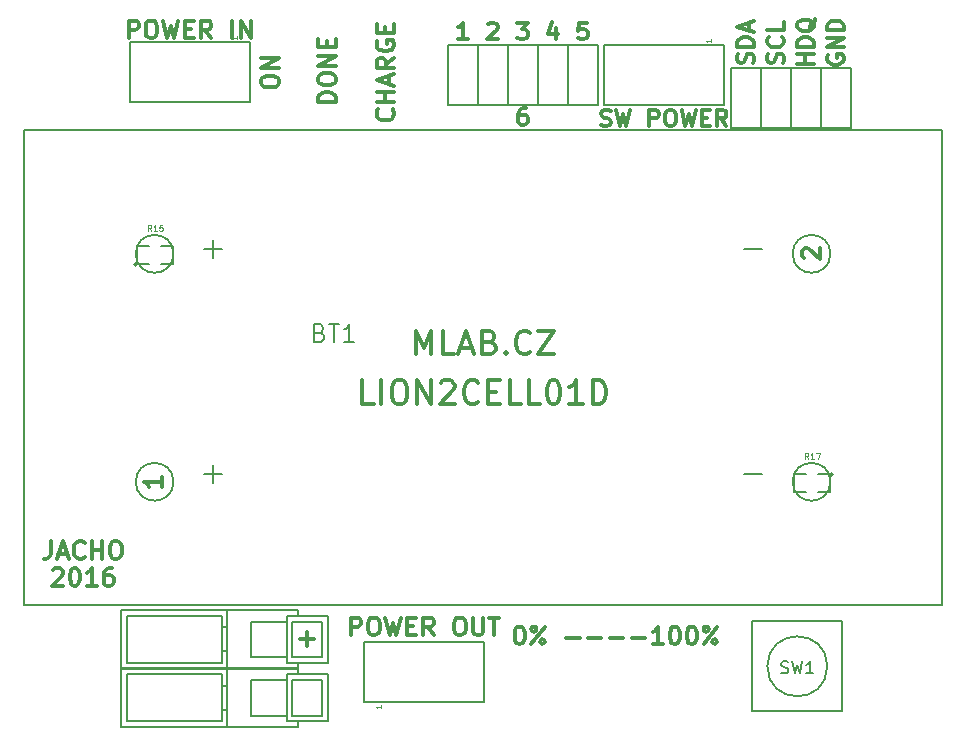
<source format=gbr>
G04 #@! TF.FileFunction,Legend,Top*
%FSLAX46Y46*%
G04 Gerber Fmt 4.6, Leading zero omitted, Abs format (unit mm)*
G04 Created by KiCad (PCBNEW 4.0.2-4+6225~38~ubuntu15.10.1-stable) date Čt 18. únor 2016, 19:33:56 CET*
%MOMM*%
G01*
G04 APERTURE LIST*
%ADD10C,0.300000*%
%ADD11C,0.375000*%
%ADD12C,0.200000*%
%ADD13C,0.150000*%
%ADD14C,0.127000*%
%ADD15C,0.050000*%
%ADD16C,0.109220*%
%ADD17C,0.203200*%
G04 APERTURE END LIST*
D10*
X44208667Y52836667D02*
X43942001Y52836667D01*
X43808667Y52770000D01*
X43742001Y52703333D01*
X43608667Y52503333D01*
X43542001Y52236667D01*
X43542001Y51703333D01*
X43608667Y51570000D01*
X43675334Y51503333D01*
X43808667Y51436667D01*
X44075334Y51436667D01*
X44208667Y51503333D01*
X44275334Y51570000D01*
X44342001Y51703333D01*
X44342001Y52036667D01*
X44275334Y52170000D01*
X44208667Y52236667D01*
X44075334Y52303333D01*
X43808667Y52303333D01*
X43675334Y52236667D01*
X43608667Y52170000D01*
X43542001Y52036667D01*
X49355334Y60075667D02*
X48688667Y60075667D01*
X48622001Y59409000D01*
X48688667Y59475667D01*
X48822001Y59542333D01*
X49155334Y59542333D01*
X49288667Y59475667D01*
X49355334Y59409000D01*
X49422001Y59275667D01*
X49422001Y58942333D01*
X49355334Y58809000D01*
X49288667Y58742333D01*
X49155334Y58675667D01*
X48822001Y58675667D01*
X48688667Y58742333D01*
X48622001Y58809000D01*
X46748667Y59609000D02*
X46748667Y58675667D01*
X46415334Y60142333D02*
X46082001Y59142333D01*
X46948667Y59142333D01*
X41002001Y59942333D02*
X41068667Y60009000D01*
X41202001Y60075667D01*
X41535334Y60075667D01*
X41668667Y60009000D01*
X41735334Y59942333D01*
X41802001Y59809000D01*
X41802001Y59675667D01*
X41735334Y59475667D01*
X40935334Y58675667D01*
X41802001Y58675667D01*
X39262001Y58675667D02*
X38462001Y58675667D01*
X38862001Y58675667D02*
X38862001Y60075667D01*
X38728667Y59875667D01*
X38595334Y59742333D01*
X38462001Y59675667D01*
X43475334Y60075667D02*
X44342001Y60075667D01*
X43875334Y59542333D01*
X44075334Y59542333D01*
X44208667Y59475667D01*
X44275334Y59409000D01*
X44342001Y59275667D01*
X44342001Y58942333D01*
X44275334Y58809000D01*
X44208667Y58742333D01*
X44075334Y58675667D01*
X43675334Y58675667D01*
X43542001Y58742333D01*
X43475334Y58809000D01*
D11*
X67710929Y40147929D02*
X67639500Y40219358D01*
X67568071Y40362215D01*
X67568071Y40719358D01*
X67639500Y40862215D01*
X67710929Y40933644D01*
X67853786Y41005072D01*
X67996643Y41005072D01*
X68210929Y40933644D01*
X69068071Y40076501D01*
X69068071Y41005072D01*
X13378571Y21637572D02*
X13378571Y20780429D01*
X13378571Y21209001D02*
X11878571Y21209001D01*
X12092857Y21066144D01*
X12235714Y20923286D01*
X12307143Y20780429D01*
D10*
X34878095Y31988238D02*
X34878095Y33988238D01*
X35544762Y32559667D01*
X36211429Y33988238D01*
X36211429Y31988238D01*
X38116190Y31988238D02*
X37163809Y31988238D01*
X37163809Y33988238D01*
X38687619Y32559667D02*
X39640000Y32559667D01*
X38497143Y31988238D02*
X39163810Y33988238D01*
X39830477Y31988238D01*
X41163810Y33035857D02*
X41449524Y32940619D01*
X41544763Y32845381D01*
X41640001Y32654905D01*
X41640001Y32369190D01*
X41544763Y32178714D01*
X41449524Y32083476D01*
X41259048Y31988238D01*
X40497143Y31988238D01*
X40497143Y33988238D01*
X41163810Y33988238D01*
X41354286Y33893000D01*
X41449524Y33797762D01*
X41544763Y33607286D01*
X41544763Y33416810D01*
X41449524Y33226333D01*
X41354286Y33131095D01*
X41163810Y33035857D01*
X40497143Y33035857D01*
X42497143Y32178714D02*
X42592382Y32083476D01*
X42497143Y31988238D01*
X42401905Y32083476D01*
X42497143Y32178714D01*
X42497143Y31988238D01*
X44592382Y32178714D02*
X44497144Y32083476D01*
X44211429Y31988238D01*
X44020953Y31988238D01*
X43735239Y32083476D01*
X43544763Y32273952D01*
X43449524Y32464429D01*
X43354286Y32845381D01*
X43354286Y33131095D01*
X43449524Y33512048D01*
X43544763Y33702524D01*
X43735239Y33893000D01*
X44020953Y33988238D01*
X44211429Y33988238D01*
X44497144Y33893000D01*
X44592382Y33797762D01*
X45259048Y33988238D02*
X46592382Y33988238D01*
X45259048Y31988238D01*
X46592382Y31988238D01*
X4159572Y13759571D02*
X4231001Y13831000D01*
X4373858Y13902429D01*
X4731001Y13902429D01*
X4873858Y13831000D01*
X4945287Y13759571D01*
X5016715Y13616714D01*
X5016715Y13473857D01*
X4945287Y13259571D01*
X4088144Y12402429D01*
X5016715Y12402429D01*
X5945286Y13902429D02*
X6088143Y13902429D01*
X6231000Y13831000D01*
X6302429Y13759571D01*
X6373858Y13616714D01*
X6445286Y13331000D01*
X6445286Y12973857D01*
X6373858Y12688143D01*
X6302429Y12545286D01*
X6231000Y12473857D01*
X6088143Y12402429D01*
X5945286Y12402429D01*
X5802429Y12473857D01*
X5731000Y12545286D01*
X5659572Y12688143D01*
X5588143Y12973857D01*
X5588143Y13331000D01*
X5659572Y13616714D01*
X5731000Y13759571D01*
X5802429Y13831000D01*
X5945286Y13902429D01*
X7873857Y12402429D02*
X7016714Y12402429D01*
X7445286Y12402429D02*
X7445286Y13902429D01*
X7302429Y13688143D01*
X7159571Y13545286D01*
X7016714Y13473857D01*
X9159571Y13902429D02*
X8873857Y13902429D01*
X8731000Y13831000D01*
X8659571Y13759571D01*
X8516714Y13545286D01*
X8445285Y13259571D01*
X8445285Y12688143D01*
X8516714Y12545286D01*
X8588142Y12473857D01*
X8731000Y12402429D01*
X9016714Y12402429D01*
X9159571Y12473857D01*
X9231000Y12545286D01*
X9302428Y12688143D01*
X9302428Y13045286D01*
X9231000Y13188143D01*
X9159571Y13259571D01*
X9016714Y13331000D01*
X8731000Y13331000D01*
X8588142Y13259571D01*
X8516714Y13188143D01*
X8445285Y13045286D01*
X3981000Y16188429D02*
X3981000Y15117000D01*
X3909572Y14902714D01*
X3766715Y14759857D01*
X3552429Y14688429D01*
X3409572Y14688429D01*
X4623857Y15117000D02*
X5338143Y15117000D01*
X4481000Y14688429D02*
X4981000Y16188429D01*
X5481000Y14688429D01*
X6838143Y14831286D02*
X6766714Y14759857D01*
X6552428Y14688429D01*
X6409571Y14688429D01*
X6195286Y14759857D01*
X6052428Y14902714D01*
X5981000Y15045571D01*
X5909571Y15331286D01*
X5909571Y15545571D01*
X5981000Y15831286D01*
X6052428Y15974143D01*
X6195286Y16117000D01*
X6409571Y16188429D01*
X6552428Y16188429D01*
X6766714Y16117000D01*
X6838143Y16045571D01*
X7481000Y14688429D02*
X7481000Y16188429D01*
X7481000Y15474143D02*
X8338143Y15474143D01*
X8338143Y14688429D02*
X8338143Y16188429D01*
X9338143Y16188429D02*
X9623857Y16188429D01*
X9766715Y16117000D01*
X9909572Y15974143D01*
X9981000Y15688429D01*
X9981000Y15188429D01*
X9909572Y14902714D01*
X9766715Y14759857D01*
X9623857Y14688429D01*
X9338143Y14688429D01*
X9195286Y14759857D01*
X9052429Y14902714D01*
X8981000Y15188429D01*
X8981000Y15688429D01*
X9052429Y15974143D01*
X9195286Y16117000D01*
X9338143Y16188429D01*
X31306666Y27797238D02*
X30354285Y27797238D01*
X30354285Y29797238D01*
X31973333Y27797238D02*
X31973333Y29797238D01*
X33306667Y29797238D02*
X33687619Y29797238D01*
X33878095Y29702000D01*
X34068572Y29511524D01*
X34163810Y29130571D01*
X34163810Y28463905D01*
X34068572Y28082952D01*
X33878095Y27892476D01*
X33687619Y27797238D01*
X33306667Y27797238D01*
X33116191Y27892476D01*
X32925714Y28082952D01*
X32830476Y28463905D01*
X32830476Y29130571D01*
X32925714Y29511524D01*
X33116191Y29702000D01*
X33306667Y29797238D01*
X35020952Y27797238D02*
X35020952Y29797238D01*
X36163810Y27797238D01*
X36163810Y29797238D01*
X37020952Y29606762D02*
X37116190Y29702000D01*
X37306667Y29797238D01*
X37782857Y29797238D01*
X37973333Y29702000D01*
X38068571Y29606762D01*
X38163810Y29416286D01*
X38163810Y29225810D01*
X38068571Y28940095D01*
X36925714Y27797238D01*
X38163810Y27797238D01*
X40163810Y27987714D02*
X40068572Y27892476D01*
X39782857Y27797238D01*
X39592381Y27797238D01*
X39306667Y27892476D01*
X39116191Y28082952D01*
X39020952Y28273429D01*
X38925714Y28654381D01*
X38925714Y28940095D01*
X39020952Y29321048D01*
X39116191Y29511524D01*
X39306667Y29702000D01*
X39592381Y29797238D01*
X39782857Y29797238D01*
X40068572Y29702000D01*
X40163810Y29606762D01*
X41020952Y28844857D02*
X41687619Y28844857D01*
X41973333Y27797238D02*
X41020952Y27797238D01*
X41020952Y29797238D01*
X41973333Y29797238D01*
X43782857Y27797238D02*
X42830476Y27797238D01*
X42830476Y29797238D01*
X45401905Y27797238D02*
X44449524Y27797238D01*
X44449524Y29797238D01*
X46449525Y29797238D02*
X46640001Y29797238D01*
X46830477Y29702000D01*
X46925715Y29606762D01*
X47020953Y29416286D01*
X47116192Y29035333D01*
X47116192Y28559143D01*
X47020953Y28178190D01*
X46925715Y27987714D01*
X46830477Y27892476D01*
X46640001Y27797238D01*
X46449525Y27797238D01*
X46259049Y27892476D01*
X46163811Y27987714D01*
X46068572Y28178190D01*
X45973334Y28559143D01*
X45973334Y29035333D01*
X46068572Y29416286D01*
X46163811Y29606762D01*
X46259049Y29702000D01*
X46449525Y29797238D01*
X49020954Y27797238D02*
X47878096Y27797238D01*
X48449525Y27797238D02*
X48449525Y29797238D01*
X48259049Y29511524D01*
X48068573Y29321048D01*
X47878096Y29225810D01*
X49878096Y27797238D02*
X49878096Y29797238D01*
X50354287Y29797238D01*
X50640001Y29702000D01*
X50830477Y29511524D01*
X50925716Y29321048D01*
X51020954Y28940095D01*
X51020954Y28654381D01*
X50925716Y28273429D01*
X50830477Y28082952D01*
X50640001Y27892476D01*
X50354287Y27797238D01*
X49878096Y27797238D01*
X50580000Y51376333D02*
X50780000Y51309667D01*
X51113333Y51309667D01*
X51246666Y51376333D01*
X51313333Y51443000D01*
X51380000Y51576333D01*
X51380000Y51709667D01*
X51313333Y51843000D01*
X51246666Y51909667D01*
X51113333Y51976333D01*
X50846666Y52043000D01*
X50713333Y52109667D01*
X50646666Y52176333D01*
X50580000Y52309667D01*
X50580000Y52443000D01*
X50646666Y52576333D01*
X50713333Y52643000D01*
X50846666Y52709667D01*
X51180000Y52709667D01*
X51380000Y52643000D01*
X51846666Y52709667D02*
X52179999Y51309667D01*
X52446666Y52309667D01*
X52713333Y51309667D01*
X53046666Y52709667D01*
X54646666Y51309667D02*
X54646666Y52709667D01*
X55180000Y52709667D01*
X55313333Y52643000D01*
X55380000Y52576333D01*
X55446666Y52443000D01*
X55446666Y52243000D01*
X55380000Y52109667D01*
X55313333Y52043000D01*
X55180000Y51976333D01*
X54646666Y51976333D01*
X56313333Y52709667D02*
X56580000Y52709667D01*
X56713333Y52643000D01*
X56846666Y52509667D01*
X56913333Y52243000D01*
X56913333Y51776333D01*
X56846666Y51509667D01*
X56713333Y51376333D01*
X56580000Y51309667D01*
X56313333Y51309667D01*
X56180000Y51376333D01*
X56046666Y51509667D01*
X55980000Y51776333D01*
X55980000Y52243000D01*
X56046666Y52509667D01*
X56180000Y52643000D01*
X56313333Y52709667D01*
X57380000Y52709667D02*
X57713333Y51309667D01*
X57980000Y52309667D01*
X58246667Y51309667D01*
X58580000Y52709667D01*
X59113333Y52043000D02*
X59580000Y52043000D01*
X59780000Y51309667D02*
X59113333Y51309667D01*
X59113333Y52709667D01*
X59780000Y52709667D01*
X61180000Y51309667D02*
X60713334Y51976333D01*
X60380000Y51309667D02*
X60380000Y52709667D01*
X60913334Y52709667D01*
X61046667Y52643000D01*
X61113334Y52576333D01*
X61180000Y52443000D01*
X61180000Y52243000D01*
X61113334Y52109667D01*
X61046667Y52043000D01*
X60913334Y51976333D01*
X60380000Y51976333D01*
X63431667Y56654667D02*
X63498333Y56854667D01*
X63498333Y57188000D01*
X63431667Y57321333D01*
X63365000Y57388000D01*
X63231667Y57454667D01*
X63098333Y57454667D01*
X62965000Y57388000D01*
X62898333Y57321333D01*
X62831667Y57188000D01*
X62765000Y56921333D01*
X62698333Y56788000D01*
X62631667Y56721333D01*
X62498333Y56654667D01*
X62365000Y56654667D01*
X62231667Y56721333D01*
X62165000Y56788000D01*
X62098333Y56921333D01*
X62098333Y57254667D01*
X62165000Y57454667D01*
X63498333Y58054666D02*
X62098333Y58054666D01*
X62098333Y58388000D01*
X62165000Y58588000D01*
X62298333Y58721333D01*
X62431667Y58788000D01*
X62698333Y58854666D01*
X62898333Y58854666D01*
X63165000Y58788000D01*
X63298333Y58721333D01*
X63431667Y58588000D01*
X63498333Y58388000D01*
X63498333Y58054666D01*
X63098333Y59388000D02*
X63098333Y60054666D01*
X63498333Y59254666D02*
X62098333Y59721333D01*
X63498333Y60188000D01*
X69785000Y57327667D02*
X69718333Y57194333D01*
X69718333Y56994333D01*
X69785000Y56794333D01*
X69918333Y56661000D01*
X70051667Y56594333D01*
X70318333Y56527667D01*
X70518333Y56527667D01*
X70785000Y56594333D01*
X70918333Y56661000D01*
X71051667Y56794333D01*
X71118333Y56994333D01*
X71118333Y57127667D01*
X71051667Y57327667D01*
X70985000Y57394333D01*
X70518333Y57394333D01*
X70518333Y57127667D01*
X71118333Y57994333D02*
X69718333Y57994333D01*
X71118333Y58794333D01*
X69718333Y58794333D01*
X71118333Y59461000D02*
X69718333Y59461000D01*
X69718333Y59794334D01*
X69785000Y59994334D01*
X69918333Y60127667D01*
X70051667Y60194334D01*
X70318333Y60261000D01*
X70518333Y60261000D01*
X70785000Y60194334D01*
X70918333Y60127667D01*
X71051667Y59994334D01*
X71118333Y59794334D01*
X71118333Y59461000D01*
X68578333Y56594333D02*
X67178333Y56594333D01*
X67845000Y56594333D02*
X67845000Y57394333D01*
X68578333Y57394333D02*
X67178333Y57394333D01*
X68578333Y58061000D02*
X67178333Y58061000D01*
X67178333Y58394334D01*
X67245000Y58594334D01*
X67378333Y58727667D01*
X67511667Y58794334D01*
X67778333Y58861000D01*
X67978333Y58861000D01*
X68245000Y58794334D01*
X68378333Y58727667D01*
X68511667Y58594334D01*
X68578333Y58394334D01*
X68578333Y58061000D01*
X68711667Y60394334D02*
X68645000Y60261000D01*
X68511667Y60127667D01*
X68311667Y59927667D01*
X68245000Y59794334D01*
X68245000Y59661000D01*
X68578333Y59727667D02*
X68511667Y59594334D01*
X68378333Y59461000D01*
X68111667Y59394334D01*
X67645000Y59394334D01*
X67378333Y59461000D01*
X67245000Y59594334D01*
X67178333Y59727667D01*
X67178333Y59994334D01*
X67245000Y60127667D01*
X67378333Y60261000D01*
X67645000Y60327667D01*
X68111667Y60327667D01*
X68378333Y60261000D01*
X68511667Y60127667D01*
X68578333Y59994334D01*
X68578333Y59727667D01*
X65971667Y56654667D02*
X66038333Y56854667D01*
X66038333Y57188000D01*
X65971667Y57321333D01*
X65905000Y57388000D01*
X65771667Y57454667D01*
X65638333Y57454667D01*
X65505000Y57388000D01*
X65438333Y57321333D01*
X65371667Y57188000D01*
X65305000Y56921333D01*
X65238333Y56788000D01*
X65171667Y56721333D01*
X65038333Y56654667D01*
X64905000Y56654667D01*
X64771667Y56721333D01*
X64705000Y56788000D01*
X64638333Y56921333D01*
X64638333Y57254667D01*
X64705000Y57454667D01*
X65905000Y58854666D02*
X65971667Y58788000D01*
X66038333Y58588000D01*
X66038333Y58454666D01*
X65971667Y58254666D01*
X65838333Y58121333D01*
X65705000Y58054666D01*
X65438333Y57988000D01*
X65238333Y57988000D01*
X64971667Y58054666D01*
X64838333Y58121333D01*
X64705000Y58254666D01*
X64638333Y58454666D01*
X64638333Y58588000D01*
X64705000Y58788000D01*
X64771667Y58854666D01*
X66038333Y60121333D02*
X66038333Y59454666D01*
X64638333Y59454666D01*
X10569428Y58757429D02*
X10569428Y60257429D01*
X11140856Y60257429D01*
X11283714Y60186000D01*
X11355142Y60114571D01*
X11426571Y59971714D01*
X11426571Y59757429D01*
X11355142Y59614571D01*
X11283714Y59543143D01*
X11140856Y59471714D01*
X10569428Y59471714D01*
X12355142Y60257429D02*
X12640856Y60257429D01*
X12783714Y60186000D01*
X12926571Y60043143D01*
X12997999Y59757429D01*
X12997999Y59257429D01*
X12926571Y58971714D01*
X12783714Y58828857D01*
X12640856Y58757429D01*
X12355142Y58757429D01*
X12212285Y58828857D01*
X12069428Y58971714D01*
X11997999Y59257429D01*
X11997999Y59757429D01*
X12069428Y60043143D01*
X12212285Y60186000D01*
X12355142Y60257429D01*
X13498000Y60257429D02*
X13855143Y58757429D01*
X14140857Y59828857D01*
X14426571Y58757429D01*
X14783714Y60257429D01*
X15355143Y59543143D02*
X15855143Y59543143D01*
X16069429Y58757429D02*
X15355143Y58757429D01*
X15355143Y60257429D01*
X16069429Y60257429D01*
X17569429Y58757429D02*
X17069429Y59471714D01*
X16712286Y58757429D02*
X16712286Y60257429D01*
X17283714Y60257429D01*
X17426572Y60186000D01*
X17498000Y60114571D01*
X17569429Y59971714D01*
X17569429Y59757429D01*
X17498000Y59614571D01*
X17426572Y59543143D01*
X17283714Y59471714D01*
X16712286Y59471714D01*
X19355143Y58757429D02*
X19355143Y60257429D01*
X20069429Y58757429D02*
X20069429Y60257429D01*
X20926572Y58757429D01*
X20926572Y60257429D01*
X29381428Y8211429D02*
X29381428Y9711429D01*
X29952856Y9711429D01*
X30095714Y9640000D01*
X30167142Y9568571D01*
X30238571Y9425714D01*
X30238571Y9211429D01*
X30167142Y9068571D01*
X30095714Y8997143D01*
X29952856Y8925714D01*
X29381428Y8925714D01*
X31167142Y9711429D02*
X31452856Y9711429D01*
X31595714Y9640000D01*
X31738571Y9497143D01*
X31809999Y9211429D01*
X31809999Y8711429D01*
X31738571Y8425714D01*
X31595714Y8282857D01*
X31452856Y8211429D01*
X31167142Y8211429D01*
X31024285Y8282857D01*
X30881428Y8425714D01*
X30809999Y8711429D01*
X30809999Y9211429D01*
X30881428Y9497143D01*
X31024285Y9640000D01*
X31167142Y9711429D01*
X32310000Y9711429D02*
X32667143Y8211429D01*
X32952857Y9282857D01*
X33238571Y8211429D01*
X33595714Y9711429D01*
X34167143Y8997143D02*
X34667143Y8997143D01*
X34881429Y8211429D02*
X34167143Y8211429D01*
X34167143Y9711429D01*
X34881429Y9711429D01*
X36381429Y8211429D02*
X35881429Y8925714D01*
X35524286Y8211429D02*
X35524286Y9711429D01*
X36095714Y9711429D01*
X36238572Y9640000D01*
X36310000Y9568571D01*
X36381429Y9425714D01*
X36381429Y9211429D01*
X36310000Y9068571D01*
X36238572Y8997143D01*
X36095714Y8925714D01*
X35524286Y8925714D01*
X38452857Y9711429D02*
X38738571Y9711429D01*
X38881429Y9640000D01*
X39024286Y9497143D01*
X39095714Y9211429D01*
X39095714Y8711429D01*
X39024286Y8425714D01*
X38881429Y8282857D01*
X38738571Y8211429D01*
X38452857Y8211429D01*
X38310000Y8282857D01*
X38167143Y8425714D01*
X38095714Y8711429D01*
X38095714Y9211429D01*
X38167143Y9497143D01*
X38310000Y9640000D01*
X38452857Y9711429D01*
X39738572Y9711429D02*
X39738572Y8497143D01*
X39810000Y8354286D01*
X39881429Y8282857D01*
X40024286Y8211429D01*
X40310000Y8211429D01*
X40452858Y8282857D01*
X40524286Y8354286D01*
X40595715Y8497143D01*
X40595715Y9711429D01*
X41095715Y9711429D02*
X41952858Y9711429D01*
X41524287Y8211429D02*
X41524287Y9711429D01*
X25082572Y7893857D02*
X26225429Y7893857D01*
X25654000Y7322429D02*
X25654000Y8465286D01*
X43601715Y8949429D02*
X43744572Y8949429D01*
X43887429Y8878000D01*
X43958858Y8806571D01*
X44030287Y8663714D01*
X44101715Y8378000D01*
X44101715Y8020857D01*
X44030287Y7735143D01*
X43958858Y7592286D01*
X43887429Y7520857D01*
X43744572Y7449429D01*
X43601715Y7449429D01*
X43458858Y7520857D01*
X43387429Y7592286D01*
X43316001Y7735143D01*
X43244572Y8020857D01*
X43244572Y8378000D01*
X43316001Y8663714D01*
X43387429Y8806571D01*
X43458858Y8878000D01*
X43601715Y8949429D01*
X44673143Y7449429D02*
X45816000Y8949429D01*
X44887429Y8949429D02*
X45030286Y8878000D01*
X45101715Y8735143D01*
X45030286Y8592286D01*
X44887429Y8520857D01*
X44744572Y8592286D01*
X44673143Y8735143D01*
X44744572Y8878000D01*
X44887429Y8949429D01*
X45744572Y7520857D02*
X45816000Y7663714D01*
X45744572Y7806571D01*
X45601715Y7878000D01*
X45458858Y7806571D01*
X45387429Y7663714D01*
X45458858Y7520857D01*
X45601715Y7449429D01*
X45744572Y7520857D01*
X47601715Y8020857D02*
X48744572Y8020857D01*
X49458858Y8020857D02*
X50601715Y8020857D01*
X51316001Y8020857D02*
X52458858Y8020857D01*
X53173144Y8020857D02*
X54316001Y8020857D01*
X55816001Y7449429D02*
X54958858Y7449429D01*
X55387430Y7449429D02*
X55387430Y8949429D01*
X55244573Y8735143D01*
X55101715Y8592286D01*
X54958858Y8520857D01*
X56744572Y8949429D02*
X56887429Y8949429D01*
X57030286Y8878000D01*
X57101715Y8806571D01*
X57173144Y8663714D01*
X57244572Y8378000D01*
X57244572Y8020857D01*
X57173144Y7735143D01*
X57101715Y7592286D01*
X57030286Y7520857D01*
X56887429Y7449429D01*
X56744572Y7449429D01*
X56601715Y7520857D01*
X56530286Y7592286D01*
X56458858Y7735143D01*
X56387429Y8020857D01*
X56387429Y8378000D01*
X56458858Y8663714D01*
X56530286Y8806571D01*
X56601715Y8878000D01*
X56744572Y8949429D01*
X58173143Y8949429D02*
X58316000Y8949429D01*
X58458857Y8878000D01*
X58530286Y8806571D01*
X58601715Y8663714D01*
X58673143Y8378000D01*
X58673143Y8020857D01*
X58601715Y7735143D01*
X58530286Y7592286D01*
X58458857Y7520857D01*
X58316000Y7449429D01*
X58173143Y7449429D01*
X58030286Y7520857D01*
X57958857Y7592286D01*
X57887429Y7735143D01*
X57816000Y8020857D01*
X57816000Y8378000D01*
X57887429Y8663714D01*
X57958857Y8806571D01*
X58030286Y8878000D01*
X58173143Y8949429D01*
X59244571Y7449429D02*
X60387428Y8949429D01*
X59458857Y8949429D02*
X59601714Y8878000D01*
X59673143Y8735143D01*
X59601714Y8592286D01*
X59458857Y8520857D01*
X59316000Y8592286D01*
X59244571Y8735143D01*
X59316000Y8878000D01*
X59458857Y8949429D01*
X60316000Y7520857D02*
X60387428Y7663714D01*
X60316000Y7806571D01*
X60173143Y7878000D01*
X60030286Y7806571D01*
X59958857Y7663714D01*
X60030286Y7520857D01*
X60173143Y7449429D01*
X60316000Y7520857D01*
X32920714Y52737143D02*
X32992143Y52665714D01*
X33063571Y52451428D01*
X33063571Y52308571D01*
X32992143Y52094286D01*
X32849286Y51951428D01*
X32706429Y51880000D01*
X32420714Y51808571D01*
X32206429Y51808571D01*
X31920714Y51880000D01*
X31777857Y51951428D01*
X31635000Y52094286D01*
X31563571Y52308571D01*
X31563571Y52451428D01*
X31635000Y52665714D01*
X31706429Y52737143D01*
X33063571Y53380000D02*
X31563571Y53380000D01*
X32277857Y53380000D02*
X32277857Y54237143D01*
X33063571Y54237143D02*
X31563571Y54237143D01*
X32635000Y54880000D02*
X32635000Y55594286D01*
X33063571Y54737143D02*
X31563571Y55237143D01*
X33063571Y55737143D01*
X33063571Y57094286D02*
X32349286Y56594286D01*
X33063571Y56237143D02*
X31563571Y56237143D01*
X31563571Y56808571D01*
X31635000Y56951429D01*
X31706429Y57022857D01*
X31849286Y57094286D01*
X32063571Y57094286D01*
X32206429Y57022857D01*
X32277857Y56951429D01*
X32349286Y56808571D01*
X32349286Y56237143D01*
X31635000Y58522857D02*
X31563571Y58380000D01*
X31563571Y58165714D01*
X31635000Y57951429D01*
X31777857Y57808571D01*
X31920714Y57737143D01*
X32206429Y57665714D01*
X32420714Y57665714D01*
X32706429Y57737143D01*
X32849286Y57808571D01*
X32992143Y57951429D01*
X33063571Y58165714D01*
X33063571Y58308571D01*
X32992143Y58522857D01*
X32920714Y58594286D01*
X32420714Y58594286D01*
X32420714Y58308571D01*
X32277857Y59237143D02*
X32277857Y59737143D01*
X33063571Y59951429D02*
X33063571Y59237143D01*
X31563571Y59237143D01*
X31563571Y59951429D01*
X28110571Y53364143D02*
X26610571Y53364143D01*
X26610571Y53721286D01*
X26682000Y53935571D01*
X26824857Y54078429D01*
X26967714Y54149857D01*
X27253429Y54221286D01*
X27467714Y54221286D01*
X27753429Y54149857D01*
X27896286Y54078429D01*
X28039143Y53935571D01*
X28110571Y53721286D01*
X28110571Y53364143D01*
X26610571Y55149857D02*
X26610571Y55435571D01*
X26682000Y55578429D01*
X26824857Y55721286D01*
X27110571Y55792714D01*
X27610571Y55792714D01*
X27896286Y55721286D01*
X28039143Y55578429D01*
X28110571Y55435571D01*
X28110571Y55149857D01*
X28039143Y55007000D01*
X27896286Y54864143D01*
X27610571Y54792714D01*
X27110571Y54792714D01*
X26824857Y54864143D01*
X26682000Y55007000D01*
X26610571Y55149857D01*
X28110571Y56435572D02*
X26610571Y56435572D01*
X28110571Y57292715D01*
X26610571Y57292715D01*
X27324857Y58007001D02*
X27324857Y58507001D01*
X28110571Y58721287D02*
X28110571Y58007001D01*
X26610571Y58007001D01*
X26610571Y58721287D01*
X21784571Y54951428D02*
X21784571Y55237142D01*
X21856000Y55380000D01*
X21998857Y55522857D01*
X22284571Y55594285D01*
X22784571Y55594285D01*
X23070286Y55522857D01*
X23213143Y55380000D01*
X23284571Y55237142D01*
X23284571Y54951428D01*
X23213143Y54808571D01*
X23070286Y54665714D01*
X22784571Y54594285D01*
X22284571Y54594285D01*
X21998857Y54665714D01*
X21856000Y54808571D01*
X21784571Y54951428D01*
X23284571Y56237143D02*
X21784571Y56237143D01*
X23284571Y57094286D01*
X21784571Y57094286D01*
D12*
X1726500Y50966000D02*
X1726500Y10756000D01*
X1726500Y10756000D02*
X79426500Y10756000D01*
X79426500Y10756000D02*
X79426500Y50966000D01*
X79426500Y50966000D02*
X1726500Y50966000D01*
D13*
X69986500Y40511000D02*
G75*
G03X69986500Y40511000I-1600000J0D01*
G01*
X69986500Y21211000D02*
G75*
G03X69986500Y21211000I-1600000J0D01*
G01*
X14366500Y21211000D02*
G75*
G03X14366500Y21211000I-1600000J0D01*
G01*
X14366500Y40511000D02*
G75*
G03X14366500Y40511000I-1600000J0D01*
G01*
X20828000Y58420000D02*
X20828000Y53340000D01*
X20828000Y53340000D02*
X10668000Y53340000D01*
X10668000Y53340000D02*
X10668000Y58420000D01*
X10668000Y58420000D02*
X20828000Y58420000D01*
X47752000Y58166000D02*
X50292000Y58166000D01*
X50292000Y58166000D02*
X50292000Y53086000D01*
X50292000Y53086000D02*
X47752000Y53086000D01*
X47752000Y53086000D02*
X47752000Y58166000D01*
X40132000Y53086000D02*
X37592000Y53086000D01*
X37592000Y53086000D02*
X37592000Y58166000D01*
X37592000Y58166000D02*
X40132000Y58166000D01*
X40132000Y58166000D02*
X40132000Y53086000D01*
X45212000Y53086000D02*
X42672000Y53086000D01*
X42672000Y53086000D02*
X42672000Y58166000D01*
X42672000Y58166000D02*
X45212000Y58166000D01*
X45212000Y58166000D02*
X45212000Y53086000D01*
X45212000Y58166000D02*
X47752000Y58166000D01*
X47752000Y58166000D02*
X47752000Y53086000D01*
X47752000Y53086000D02*
X45212000Y53086000D01*
X45212000Y53086000D02*
X45212000Y58166000D01*
X40132000Y58166000D02*
X42672000Y58166000D01*
X42672000Y58166000D02*
X42672000Y53086000D01*
X42672000Y53086000D02*
X40132000Y53086000D01*
X40132000Y53086000D02*
X40132000Y58166000D01*
X30480000Y2540000D02*
X30480000Y7620000D01*
X30480000Y7620000D02*
X40640000Y7620000D01*
X40640000Y7620000D02*
X40640000Y2540000D01*
X40640000Y2540000D02*
X30480000Y2540000D01*
X24939000Y5374000D02*
X24939000Y5874000D01*
X24939000Y9874000D02*
X24939000Y10374000D01*
X18939000Y5373900D02*
X18939000Y10374100D01*
X9939000Y5373900D02*
X9939000Y10374100D01*
X26939000Y6373000D02*
X26939000Y9375000D01*
X24439100Y6373000D02*
X24439100Y9375000D01*
X27439100Y9874000D02*
X27439100Y5874000D01*
X23939000Y9874000D02*
X23939000Y5874000D01*
X20939000Y6373900D02*
X20939000Y9374100D01*
X18438900Y9874000D02*
X18438900Y5874000D01*
X10438900Y5874000D02*
X10438900Y9874000D01*
X18438900Y6874000D02*
X18939000Y6874000D01*
X24439100Y6374000D02*
X26939000Y6374000D01*
X23939000Y5874000D02*
X27439100Y5874000D01*
X18438900Y8874000D02*
X18939000Y8874000D01*
X24439100Y9374000D02*
X26939000Y9374000D01*
X23939000Y9874000D02*
X27440000Y9874000D01*
X20939000Y6374000D02*
X23939000Y6374000D01*
X10438900Y5874000D02*
X18438900Y5874000D01*
X18939000Y5374000D02*
X24939000Y5374000D01*
X20939000Y9374000D02*
X23939000Y9374000D01*
X10438900Y9874000D02*
X18438900Y9874000D01*
X18939000Y10374000D02*
X24939000Y10374000D01*
X18939000Y5374000D02*
X9939000Y5374000D01*
X9939000Y10374000D02*
X18939000Y10374000D01*
X24939000Y421000D02*
X24939000Y921000D01*
X24939000Y4921000D02*
X24939000Y5421000D01*
X18939000Y420900D02*
X18939000Y5421100D01*
X9939000Y420900D02*
X9939000Y5421100D01*
X26939000Y1420000D02*
X26939000Y4422000D01*
X24439100Y1420000D02*
X24439100Y4422000D01*
X27439100Y4921000D02*
X27439100Y921000D01*
X23939000Y4921000D02*
X23939000Y921000D01*
X20939000Y1420900D02*
X20939000Y4421100D01*
X18438900Y4921000D02*
X18438900Y921000D01*
X10438900Y921000D02*
X10438900Y4921000D01*
X18438900Y1921000D02*
X18939000Y1921000D01*
X24439100Y1421000D02*
X26939000Y1421000D01*
X23939000Y921000D02*
X27439100Y921000D01*
X18438900Y3921000D02*
X18939000Y3921000D01*
X24439100Y4421000D02*
X26939000Y4421000D01*
X23939000Y4921000D02*
X27440000Y4921000D01*
X20939000Y1421000D02*
X23939000Y1421000D01*
X10438900Y921000D02*
X18438900Y921000D01*
X18939000Y421000D02*
X24939000Y421000D01*
X20939000Y4421000D02*
X23939000Y4421000D01*
X10438900Y4921000D02*
X18438900Y4921000D01*
X18939000Y5421000D02*
X24939000Y5421000D01*
X18939000Y421000D02*
X9939000Y421000D01*
X9939000Y5421000D02*
X18939000Y5421000D01*
X61595000Y56261000D02*
X64135000Y56261000D01*
X64135000Y56261000D02*
X64135000Y51181000D01*
X64135000Y51181000D02*
X61595000Y51181000D01*
X61595000Y51181000D02*
X61595000Y56261000D01*
X64135000Y56261000D02*
X66675000Y56261000D01*
X66675000Y56261000D02*
X66675000Y51181000D01*
X66675000Y51181000D02*
X64135000Y51181000D01*
X64135000Y51181000D02*
X64135000Y56261000D01*
X66675000Y56261000D02*
X69215000Y56261000D01*
X69215000Y56261000D02*
X69215000Y51181000D01*
X69215000Y51181000D02*
X66675000Y51181000D01*
X66675000Y51181000D02*
X66675000Y56261000D01*
X60960000Y58166000D02*
X60960000Y53086000D01*
X60960000Y53086000D02*
X50800000Y53086000D01*
X50800000Y53086000D02*
X50800000Y58166000D01*
X50800000Y58166000D02*
X60960000Y58166000D01*
X11303000Y39624000D02*
G75*
G03X11303000Y39624000I-127000J0D01*
G01*
X12319000Y39624000D02*
X11303000Y39624000D01*
X11303000Y39624000D02*
X11303000Y41148000D01*
X11303000Y41148000D02*
X12319000Y41148000D01*
X13335000Y41148000D02*
X14351000Y41148000D01*
X14351000Y41148000D02*
X14351000Y39624000D01*
X14351000Y39624000D02*
X13335000Y39624000D01*
X70231000Y21844000D02*
G75*
G03X70231000Y21844000I-127000J0D01*
G01*
X68961000Y21844000D02*
X69977000Y21844000D01*
X69977000Y21844000D02*
X69977000Y20320000D01*
X69977000Y20320000D02*
X68961000Y20320000D01*
X67945000Y20320000D02*
X66929000Y20320000D01*
X66929000Y20320000D02*
X66929000Y21844000D01*
X66929000Y21844000D02*
X67945000Y21844000D01*
D14*
X69723000Y5588000D02*
G75*
G03X69723000Y5588000I-2540000J0D01*
G01*
X63373000Y9398000D02*
X70993000Y9398000D01*
X70993000Y9398000D02*
X70993000Y1778000D01*
X70993000Y1778000D02*
X63373000Y1778000D01*
X63373000Y9398000D02*
X63373000Y1778000D01*
D13*
X69215000Y56261000D02*
X71755000Y56261000D01*
X71755000Y56261000D02*
X71755000Y51181000D01*
X71755000Y51181000D02*
X69215000Y51181000D01*
X69215000Y51181000D02*
X69215000Y56261000D01*
X26761429Y33825643D02*
X26975715Y33754214D01*
X27047143Y33682786D01*
X27118572Y33539929D01*
X27118572Y33325643D01*
X27047143Y33182786D01*
X26975715Y33111357D01*
X26832857Y33039929D01*
X26261429Y33039929D01*
X26261429Y34539929D01*
X26761429Y34539929D01*
X26904286Y34468500D01*
X26975715Y34397071D01*
X27047143Y34254214D01*
X27047143Y34111357D01*
X26975715Y33968500D01*
X26904286Y33897071D01*
X26761429Y33825643D01*
X26261429Y33825643D01*
X27547143Y34539929D02*
X28404286Y34539929D01*
X27975715Y33039929D02*
X27975715Y34539929D01*
X29690000Y33039929D02*
X28832857Y33039929D01*
X29261429Y33039929D02*
X29261429Y34539929D01*
X29118572Y34325643D01*
X28975714Y34182786D01*
X28832857Y34111357D01*
D12*
X62674595Y21828143D02*
X64198405Y21828143D01*
X62674595Y40878143D02*
X64198405Y40878143D01*
X16954595Y21828143D02*
X18478405Y21828143D01*
X17716500Y21066238D02*
X17716500Y22590048D01*
X16954595Y40878143D02*
X18478405Y40878143D01*
X17716500Y40116238D02*
X17716500Y41640048D01*
D15*
X19784190Y58943857D02*
X19784190Y58658143D01*
X19784190Y58801000D02*
X19284190Y58801000D01*
X19355619Y58753381D01*
X19403238Y58705762D01*
X19427048Y58658143D01*
X31976190Y2301857D02*
X31976190Y2016143D01*
X31976190Y2159000D02*
X31476190Y2159000D01*
X31547619Y2111381D01*
X31595238Y2063762D01*
X31619048Y2016143D01*
X59916190Y58689857D02*
X59916190Y58404143D01*
X59916190Y58547000D02*
X59416190Y58547000D01*
X59487619Y58499381D01*
X59535238Y58451762D01*
X59559048Y58404143D01*
D16*
X12505328Y42445638D02*
X12338534Y42683914D01*
X12219396Y42445638D02*
X12219396Y42946018D01*
X12410017Y42946018D01*
X12457672Y42922190D01*
X12481500Y42898362D01*
X12505328Y42850707D01*
X12505328Y42779224D01*
X12481500Y42731569D01*
X12457672Y42707741D01*
X12410017Y42683914D01*
X12219396Y42683914D01*
X12981880Y42445638D02*
X12695948Y42445638D01*
X12838914Y42445638D02*
X12838914Y42946018D01*
X12791259Y42874535D01*
X12743604Y42826880D01*
X12695948Y42803052D01*
X13434604Y42946018D02*
X13196328Y42946018D01*
X13172500Y42707741D01*
X13196328Y42731569D01*
X13243983Y42755397D01*
X13363121Y42755397D01*
X13410777Y42731569D01*
X13434604Y42707741D01*
X13458432Y42660086D01*
X13458432Y42540948D01*
X13434604Y42493293D01*
X13410777Y42469465D01*
X13363121Y42445638D01*
X13243983Y42445638D01*
X13196328Y42469465D01*
X13172500Y42493293D01*
X68131328Y23141638D02*
X67964534Y23379914D01*
X67845396Y23141638D02*
X67845396Y23642018D01*
X68036017Y23642018D01*
X68083672Y23618190D01*
X68107500Y23594362D01*
X68131328Y23546707D01*
X68131328Y23475224D01*
X68107500Y23427569D01*
X68083672Y23403741D01*
X68036017Y23379914D01*
X67845396Y23379914D01*
X68607880Y23141638D02*
X68321948Y23141638D01*
X68464914Y23141638D02*
X68464914Y23642018D01*
X68417259Y23570535D01*
X68369604Y23522880D01*
X68321948Y23499052D01*
X68774673Y23642018D02*
X69108260Y23642018D01*
X68893811Y23141638D01*
D17*
X65828334Y5049762D02*
X65973477Y5001381D01*
X66215381Y5001381D01*
X66312143Y5049762D01*
X66360524Y5098143D01*
X66408905Y5194905D01*
X66408905Y5291667D01*
X66360524Y5388429D01*
X66312143Y5436810D01*
X66215381Y5485190D01*
X66021858Y5533571D01*
X65925096Y5581952D01*
X65876715Y5630333D01*
X65828334Y5727095D01*
X65828334Y5823857D01*
X65876715Y5920619D01*
X65925096Y5969000D01*
X66021858Y6017381D01*
X66263762Y6017381D01*
X66408905Y5969000D01*
X66747572Y6017381D02*
X66989477Y5001381D01*
X67183000Y5727095D01*
X67376524Y5001381D01*
X67618429Y6017381D01*
X68537667Y5001381D02*
X67957096Y5001381D01*
X68247382Y5001381D02*
X68247382Y6017381D01*
X68150620Y5872238D01*
X68053858Y5775476D01*
X67957096Y5727095D01*
M02*

</source>
